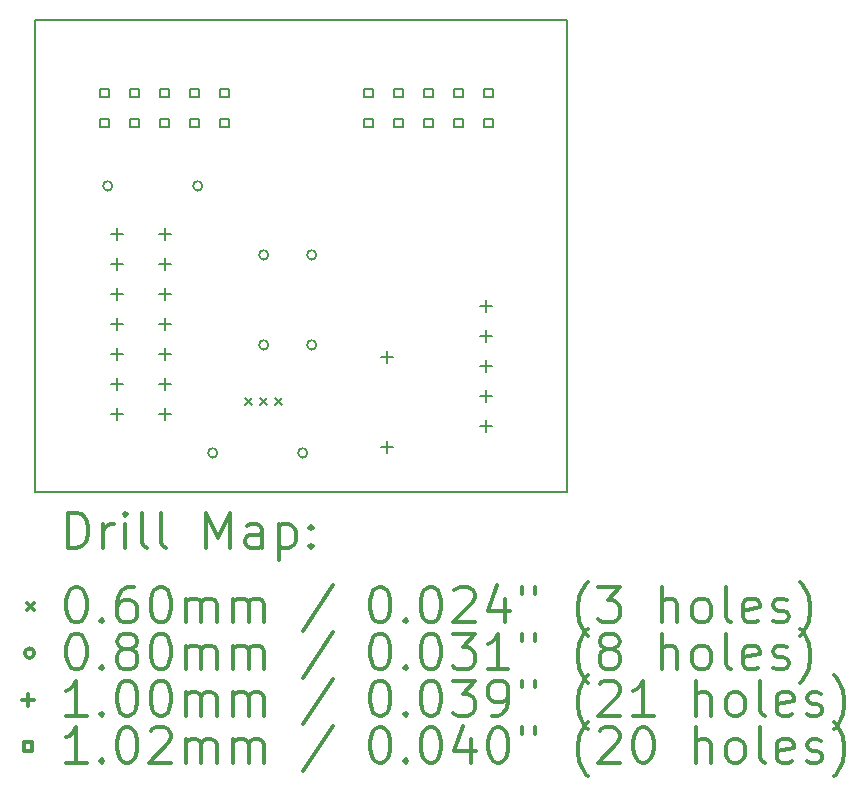
<source format=gbr>
%FSLAX45Y45*%
G04 Gerber Fmt 4.5, Leading zero omitted, Abs format (unit mm)*
G04 Created by KiCad (PCBNEW 5.0.2-bee76a0~70~ubuntu18.04.1) date Tue 25 Dec 2018 04:41:40 PM PST*
%MOMM*%
%LPD*%
G01*
G04 APERTURE LIST*
%ADD10C,0.150000*%
%ADD11C,0.200000*%
%ADD12C,0.300000*%
G04 APERTURE END LIST*
D10*
X0Y0D02*
X0Y4000000D01*
X4500000Y0D02*
X0Y0D01*
X4500000Y4000000D02*
X4500000Y0D01*
X0Y4000000D02*
X4500000Y4000000D01*
D11*
X1778200Y793800D02*
X1838200Y733800D01*
X1838200Y793800D02*
X1778200Y733800D01*
X1905200Y793800D02*
X1965200Y733800D01*
X1965200Y793800D02*
X1905200Y733800D01*
X2032200Y793800D02*
X2092200Y733800D01*
X2092200Y793800D02*
X2032200Y733800D01*
X1975200Y2008400D02*
G75*
G03X1975200Y2008400I-40000J0D01*
G01*
X1975200Y1246400D02*
G75*
G03X1975200Y1246400I-40000J0D01*
G01*
X654400Y2592600D02*
G75*
G03X654400Y2592600I-40000J0D01*
G01*
X1416400Y2592600D02*
G75*
G03X1416400Y2592600I-40000J0D01*
G01*
X2381600Y2008400D02*
G75*
G03X2381600Y2008400I-40000J0D01*
G01*
X2381600Y1246400D02*
G75*
G03X2381600Y1246400I-40000J0D01*
G01*
X1543400Y332000D02*
G75*
G03X1543400Y332000I-40000J0D01*
G01*
X2305400Y332000D02*
G75*
G03X2305400Y332000I-40000J0D01*
G01*
X690600Y2236200D02*
X690600Y2136200D01*
X640600Y2186200D02*
X740600Y2186200D01*
X690600Y1982200D02*
X690600Y1882200D01*
X640600Y1932200D02*
X740600Y1932200D01*
X690600Y1728200D02*
X690600Y1628200D01*
X640600Y1678200D02*
X740600Y1678200D01*
X690600Y1474200D02*
X690600Y1374200D01*
X640600Y1424200D02*
X740600Y1424200D01*
X690600Y1220200D02*
X690600Y1120200D01*
X640600Y1170200D02*
X740600Y1170200D01*
X690600Y966200D02*
X690600Y866200D01*
X640600Y916200D02*
X740600Y916200D01*
X690600Y712200D02*
X690600Y612200D01*
X640600Y662200D02*
X740600Y662200D01*
X3814800Y1626600D02*
X3814800Y1526600D01*
X3764800Y1576600D02*
X3864800Y1576600D01*
X3814800Y1372600D02*
X3814800Y1272600D01*
X3764800Y1322600D02*
X3864800Y1322600D01*
X3814800Y1118600D02*
X3814800Y1018600D01*
X3764800Y1068600D02*
X3864800Y1068600D01*
X3814800Y864600D02*
X3814800Y764600D01*
X3764800Y814600D02*
X3864800Y814600D01*
X3814800Y610600D02*
X3814800Y510600D01*
X3764800Y560600D02*
X3864800Y560600D01*
X2976600Y1194800D02*
X2976600Y1094800D01*
X2926600Y1144800D02*
X3026600Y1144800D01*
X2976600Y434800D02*
X2976600Y334800D01*
X2926600Y384800D02*
X3026600Y384800D01*
X1097000Y2236200D02*
X1097000Y2136200D01*
X1047000Y2186200D02*
X1147000Y2186200D01*
X1097000Y1982200D02*
X1097000Y1882200D01*
X1047000Y1932200D02*
X1147000Y1932200D01*
X1097000Y1728200D02*
X1097000Y1628200D01*
X1047000Y1678200D02*
X1147000Y1678200D01*
X1097000Y1474200D02*
X1097000Y1374200D01*
X1047000Y1424200D02*
X1147000Y1424200D01*
X1097000Y1220200D02*
X1097000Y1120200D01*
X1047000Y1170200D02*
X1147000Y1170200D01*
X1097000Y966200D02*
X1097000Y866200D01*
X1047000Y916200D02*
X1147000Y916200D01*
X1097000Y712200D02*
X1097000Y612200D01*
X1047000Y662200D02*
X1147000Y662200D01*
X2860121Y3344079D02*
X2860121Y3415921D01*
X2788279Y3415921D01*
X2788279Y3344079D01*
X2860121Y3344079D01*
X2860121Y3090079D02*
X2860121Y3161921D01*
X2788279Y3161921D01*
X2788279Y3090079D01*
X2860121Y3090079D01*
X3114121Y3344079D02*
X3114121Y3415921D01*
X3042279Y3415921D01*
X3042279Y3344079D01*
X3114121Y3344079D01*
X3114121Y3090079D02*
X3114121Y3161921D01*
X3042279Y3161921D01*
X3042279Y3090079D01*
X3114121Y3090079D01*
X3368121Y3344079D02*
X3368121Y3415921D01*
X3296279Y3415921D01*
X3296279Y3344079D01*
X3368121Y3344079D01*
X3368121Y3090079D02*
X3368121Y3161921D01*
X3296279Y3161921D01*
X3296279Y3090079D01*
X3368121Y3090079D01*
X3622121Y3344079D02*
X3622121Y3415921D01*
X3550279Y3415921D01*
X3550279Y3344079D01*
X3622121Y3344079D01*
X3622121Y3090079D02*
X3622121Y3161921D01*
X3550279Y3161921D01*
X3550279Y3090079D01*
X3622121Y3090079D01*
X3876121Y3344079D02*
X3876121Y3415921D01*
X3804279Y3415921D01*
X3804279Y3344079D01*
X3876121Y3344079D01*
X3876121Y3090079D02*
X3876121Y3161921D01*
X3804279Y3161921D01*
X3804279Y3090079D01*
X3876121Y3090079D01*
X624921Y3344079D02*
X624921Y3415921D01*
X553079Y3415921D01*
X553079Y3344079D01*
X624921Y3344079D01*
X624921Y3090079D02*
X624921Y3161921D01*
X553079Y3161921D01*
X553079Y3090079D01*
X624921Y3090079D01*
X878921Y3344079D02*
X878921Y3415921D01*
X807079Y3415921D01*
X807079Y3344079D01*
X878921Y3344079D01*
X878921Y3090079D02*
X878921Y3161921D01*
X807079Y3161921D01*
X807079Y3090079D01*
X878921Y3090079D01*
X1132921Y3344079D02*
X1132921Y3415921D01*
X1061079Y3415921D01*
X1061079Y3344079D01*
X1132921Y3344079D01*
X1132921Y3090079D02*
X1132921Y3161921D01*
X1061079Y3161921D01*
X1061079Y3090079D01*
X1132921Y3090079D01*
X1386921Y3344079D02*
X1386921Y3415921D01*
X1315079Y3415921D01*
X1315079Y3344079D01*
X1386921Y3344079D01*
X1386921Y3090079D02*
X1386921Y3161921D01*
X1315079Y3161921D01*
X1315079Y3090079D01*
X1386921Y3090079D01*
X1640921Y3344079D02*
X1640921Y3415921D01*
X1569079Y3415921D01*
X1569079Y3344079D01*
X1640921Y3344079D01*
X1640921Y3090079D02*
X1640921Y3161921D01*
X1569079Y3161921D01*
X1569079Y3090079D01*
X1640921Y3090079D01*
D12*
X278928Y-473214D02*
X278928Y-173214D01*
X350357Y-173214D01*
X393214Y-187500D01*
X421786Y-216071D01*
X436071Y-244643D01*
X450357Y-301786D01*
X450357Y-344643D01*
X436071Y-401786D01*
X421786Y-430357D01*
X393214Y-458929D01*
X350357Y-473214D01*
X278928Y-473214D01*
X578928Y-473214D02*
X578928Y-273214D01*
X578928Y-330357D02*
X593214Y-301786D01*
X607500Y-287500D01*
X636071Y-273214D01*
X664643Y-273214D01*
X764643Y-473214D02*
X764643Y-273214D01*
X764643Y-173214D02*
X750357Y-187500D01*
X764643Y-201786D01*
X778928Y-187500D01*
X764643Y-173214D01*
X764643Y-201786D01*
X950357Y-473214D02*
X921786Y-458929D01*
X907500Y-430357D01*
X907500Y-173214D01*
X1107500Y-473214D02*
X1078928Y-458929D01*
X1064643Y-430357D01*
X1064643Y-173214D01*
X1450357Y-473214D02*
X1450357Y-173214D01*
X1550357Y-387500D01*
X1650357Y-173214D01*
X1650357Y-473214D01*
X1921786Y-473214D02*
X1921786Y-316072D01*
X1907500Y-287500D01*
X1878928Y-273214D01*
X1821786Y-273214D01*
X1793214Y-287500D01*
X1921786Y-458929D02*
X1893214Y-473214D01*
X1821786Y-473214D01*
X1793214Y-458929D01*
X1778928Y-430357D01*
X1778928Y-401786D01*
X1793214Y-373214D01*
X1821786Y-358929D01*
X1893214Y-358929D01*
X1921786Y-344643D01*
X2064643Y-273214D02*
X2064643Y-573214D01*
X2064643Y-287500D02*
X2093214Y-273214D01*
X2150357Y-273214D01*
X2178928Y-287500D01*
X2193214Y-301786D01*
X2207500Y-330357D01*
X2207500Y-416071D01*
X2193214Y-444643D01*
X2178928Y-458929D01*
X2150357Y-473214D01*
X2093214Y-473214D01*
X2064643Y-458929D01*
X2336071Y-444643D02*
X2350357Y-458929D01*
X2336071Y-473214D01*
X2321786Y-458929D01*
X2336071Y-444643D01*
X2336071Y-473214D01*
X2336071Y-287500D02*
X2350357Y-301786D01*
X2336071Y-316072D01*
X2321786Y-301786D01*
X2336071Y-287500D01*
X2336071Y-316072D01*
X-67500Y-937500D02*
X-7500Y-997500D01*
X-7500Y-937500D02*
X-67500Y-997500D01*
X336071Y-803214D02*
X364643Y-803214D01*
X393214Y-817500D01*
X407500Y-831786D01*
X421786Y-860357D01*
X436071Y-917500D01*
X436071Y-988929D01*
X421786Y-1046071D01*
X407500Y-1074643D01*
X393214Y-1088929D01*
X364643Y-1103214D01*
X336071Y-1103214D01*
X307500Y-1088929D01*
X293214Y-1074643D01*
X278928Y-1046071D01*
X264643Y-988929D01*
X264643Y-917500D01*
X278928Y-860357D01*
X293214Y-831786D01*
X307500Y-817500D01*
X336071Y-803214D01*
X564643Y-1074643D02*
X578928Y-1088929D01*
X564643Y-1103214D01*
X550357Y-1088929D01*
X564643Y-1074643D01*
X564643Y-1103214D01*
X836071Y-803214D02*
X778928Y-803214D01*
X750357Y-817500D01*
X736071Y-831786D01*
X707500Y-874643D01*
X693214Y-931786D01*
X693214Y-1046071D01*
X707500Y-1074643D01*
X721786Y-1088929D01*
X750357Y-1103214D01*
X807500Y-1103214D01*
X836071Y-1088929D01*
X850357Y-1074643D01*
X864643Y-1046071D01*
X864643Y-974643D01*
X850357Y-946071D01*
X836071Y-931786D01*
X807500Y-917500D01*
X750357Y-917500D01*
X721786Y-931786D01*
X707500Y-946071D01*
X693214Y-974643D01*
X1050357Y-803214D02*
X1078928Y-803214D01*
X1107500Y-817500D01*
X1121786Y-831786D01*
X1136071Y-860357D01*
X1150357Y-917500D01*
X1150357Y-988929D01*
X1136071Y-1046071D01*
X1121786Y-1074643D01*
X1107500Y-1088929D01*
X1078928Y-1103214D01*
X1050357Y-1103214D01*
X1021786Y-1088929D01*
X1007500Y-1074643D01*
X993214Y-1046071D01*
X978928Y-988929D01*
X978928Y-917500D01*
X993214Y-860357D01*
X1007500Y-831786D01*
X1021786Y-817500D01*
X1050357Y-803214D01*
X1278928Y-1103214D02*
X1278928Y-903214D01*
X1278928Y-931786D02*
X1293214Y-917500D01*
X1321786Y-903214D01*
X1364643Y-903214D01*
X1393214Y-917500D01*
X1407500Y-946071D01*
X1407500Y-1103214D01*
X1407500Y-946071D02*
X1421786Y-917500D01*
X1450357Y-903214D01*
X1493214Y-903214D01*
X1521786Y-917500D01*
X1536071Y-946071D01*
X1536071Y-1103214D01*
X1678928Y-1103214D02*
X1678928Y-903214D01*
X1678928Y-931786D02*
X1693214Y-917500D01*
X1721786Y-903214D01*
X1764643Y-903214D01*
X1793214Y-917500D01*
X1807500Y-946071D01*
X1807500Y-1103214D01*
X1807500Y-946071D02*
X1821786Y-917500D01*
X1850357Y-903214D01*
X1893214Y-903214D01*
X1921786Y-917500D01*
X1936071Y-946071D01*
X1936071Y-1103214D01*
X2521786Y-788929D02*
X2264643Y-1174643D01*
X2907500Y-803214D02*
X2936071Y-803214D01*
X2964643Y-817500D01*
X2978928Y-831786D01*
X2993214Y-860357D01*
X3007500Y-917500D01*
X3007500Y-988929D01*
X2993214Y-1046071D01*
X2978928Y-1074643D01*
X2964643Y-1088929D01*
X2936071Y-1103214D01*
X2907500Y-1103214D01*
X2878928Y-1088929D01*
X2864643Y-1074643D01*
X2850357Y-1046071D01*
X2836071Y-988929D01*
X2836071Y-917500D01*
X2850357Y-860357D01*
X2864643Y-831786D01*
X2878928Y-817500D01*
X2907500Y-803214D01*
X3136071Y-1074643D02*
X3150357Y-1088929D01*
X3136071Y-1103214D01*
X3121786Y-1088929D01*
X3136071Y-1074643D01*
X3136071Y-1103214D01*
X3336071Y-803214D02*
X3364643Y-803214D01*
X3393214Y-817500D01*
X3407500Y-831786D01*
X3421786Y-860357D01*
X3436071Y-917500D01*
X3436071Y-988929D01*
X3421786Y-1046071D01*
X3407500Y-1074643D01*
X3393214Y-1088929D01*
X3364643Y-1103214D01*
X3336071Y-1103214D01*
X3307500Y-1088929D01*
X3293214Y-1074643D01*
X3278928Y-1046071D01*
X3264643Y-988929D01*
X3264643Y-917500D01*
X3278928Y-860357D01*
X3293214Y-831786D01*
X3307500Y-817500D01*
X3336071Y-803214D01*
X3550357Y-831786D02*
X3564643Y-817500D01*
X3593214Y-803214D01*
X3664643Y-803214D01*
X3693214Y-817500D01*
X3707500Y-831786D01*
X3721786Y-860357D01*
X3721786Y-888929D01*
X3707500Y-931786D01*
X3536071Y-1103214D01*
X3721786Y-1103214D01*
X3978928Y-903214D02*
X3978928Y-1103214D01*
X3907500Y-788929D02*
X3836071Y-1003214D01*
X4021786Y-1003214D01*
X4121786Y-803214D02*
X4121786Y-860357D01*
X4236071Y-803214D02*
X4236071Y-860357D01*
X4678928Y-1217500D02*
X4664643Y-1203214D01*
X4636071Y-1160357D01*
X4621786Y-1131786D01*
X4607500Y-1088929D01*
X4593214Y-1017500D01*
X4593214Y-960357D01*
X4607500Y-888929D01*
X4621786Y-846071D01*
X4636071Y-817500D01*
X4664643Y-774643D01*
X4678928Y-760357D01*
X4764643Y-803214D02*
X4950357Y-803214D01*
X4850357Y-917500D01*
X4893214Y-917500D01*
X4921786Y-931786D01*
X4936071Y-946071D01*
X4950357Y-974643D01*
X4950357Y-1046071D01*
X4936071Y-1074643D01*
X4921786Y-1088929D01*
X4893214Y-1103214D01*
X4807500Y-1103214D01*
X4778928Y-1088929D01*
X4764643Y-1074643D01*
X5307500Y-1103214D02*
X5307500Y-803214D01*
X5436071Y-1103214D02*
X5436071Y-946071D01*
X5421786Y-917500D01*
X5393214Y-903214D01*
X5350357Y-903214D01*
X5321786Y-917500D01*
X5307500Y-931786D01*
X5621786Y-1103214D02*
X5593214Y-1088929D01*
X5578928Y-1074643D01*
X5564643Y-1046071D01*
X5564643Y-960357D01*
X5578928Y-931786D01*
X5593214Y-917500D01*
X5621786Y-903214D01*
X5664643Y-903214D01*
X5693214Y-917500D01*
X5707500Y-931786D01*
X5721786Y-960357D01*
X5721786Y-1046071D01*
X5707500Y-1074643D01*
X5693214Y-1088929D01*
X5664643Y-1103214D01*
X5621786Y-1103214D01*
X5893214Y-1103214D02*
X5864643Y-1088929D01*
X5850357Y-1060357D01*
X5850357Y-803214D01*
X6121786Y-1088929D02*
X6093214Y-1103214D01*
X6036071Y-1103214D01*
X6007500Y-1088929D01*
X5993214Y-1060357D01*
X5993214Y-946071D01*
X6007500Y-917500D01*
X6036071Y-903214D01*
X6093214Y-903214D01*
X6121786Y-917500D01*
X6136071Y-946071D01*
X6136071Y-974643D01*
X5993214Y-1003214D01*
X6250357Y-1088929D02*
X6278928Y-1103214D01*
X6336071Y-1103214D01*
X6364643Y-1088929D01*
X6378928Y-1060357D01*
X6378928Y-1046071D01*
X6364643Y-1017500D01*
X6336071Y-1003214D01*
X6293214Y-1003214D01*
X6264643Y-988929D01*
X6250357Y-960357D01*
X6250357Y-946071D01*
X6264643Y-917500D01*
X6293214Y-903214D01*
X6336071Y-903214D01*
X6364643Y-917500D01*
X6478928Y-1217500D02*
X6493214Y-1203214D01*
X6521786Y-1160357D01*
X6536071Y-1131786D01*
X6550357Y-1088929D01*
X6564643Y-1017500D01*
X6564643Y-960357D01*
X6550357Y-888929D01*
X6536071Y-846071D01*
X6521786Y-817500D01*
X6493214Y-774643D01*
X6478928Y-760357D01*
X-7500Y-1363500D02*
G75*
G03X-7500Y-1363500I-40000J0D01*
G01*
X336071Y-1199214D02*
X364643Y-1199214D01*
X393214Y-1213500D01*
X407500Y-1227786D01*
X421786Y-1256357D01*
X436071Y-1313500D01*
X436071Y-1384929D01*
X421786Y-1442071D01*
X407500Y-1470643D01*
X393214Y-1484929D01*
X364643Y-1499214D01*
X336071Y-1499214D01*
X307500Y-1484929D01*
X293214Y-1470643D01*
X278928Y-1442071D01*
X264643Y-1384929D01*
X264643Y-1313500D01*
X278928Y-1256357D01*
X293214Y-1227786D01*
X307500Y-1213500D01*
X336071Y-1199214D01*
X564643Y-1470643D02*
X578928Y-1484929D01*
X564643Y-1499214D01*
X550357Y-1484929D01*
X564643Y-1470643D01*
X564643Y-1499214D01*
X750357Y-1327786D02*
X721786Y-1313500D01*
X707500Y-1299214D01*
X693214Y-1270643D01*
X693214Y-1256357D01*
X707500Y-1227786D01*
X721786Y-1213500D01*
X750357Y-1199214D01*
X807500Y-1199214D01*
X836071Y-1213500D01*
X850357Y-1227786D01*
X864643Y-1256357D01*
X864643Y-1270643D01*
X850357Y-1299214D01*
X836071Y-1313500D01*
X807500Y-1327786D01*
X750357Y-1327786D01*
X721786Y-1342072D01*
X707500Y-1356357D01*
X693214Y-1384929D01*
X693214Y-1442071D01*
X707500Y-1470643D01*
X721786Y-1484929D01*
X750357Y-1499214D01*
X807500Y-1499214D01*
X836071Y-1484929D01*
X850357Y-1470643D01*
X864643Y-1442071D01*
X864643Y-1384929D01*
X850357Y-1356357D01*
X836071Y-1342072D01*
X807500Y-1327786D01*
X1050357Y-1199214D02*
X1078928Y-1199214D01*
X1107500Y-1213500D01*
X1121786Y-1227786D01*
X1136071Y-1256357D01*
X1150357Y-1313500D01*
X1150357Y-1384929D01*
X1136071Y-1442071D01*
X1121786Y-1470643D01*
X1107500Y-1484929D01*
X1078928Y-1499214D01*
X1050357Y-1499214D01*
X1021786Y-1484929D01*
X1007500Y-1470643D01*
X993214Y-1442071D01*
X978928Y-1384929D01*
X978928Y-1313500D01*
X993214Y-1256357D01*
X1007500Y-1227786D01*
X1021786Y-1213500D01*
X1050357Y-1199214D01*
X1278928Y-1499214D02*
X1278928Y-1299214D01*
X1278928Y-1327786D02*
X1293214Y-1313500D01*
X1321786Y-1299214D01*
X1364643Y-1299214D01*
X1393214Y-1313500D01*
X1407500Y-1342072D01*
X1407500Y-1499214D01*
X1407500Y-1342072D02*
X1421786Y-1313500D01*
X1450357Y-1299214D01*
X1493214Y-1299214D01*
X1521786Y-1313500D01*
X1536071Y-1342072D01*
X1536071Y-1499214D01*
X1678928Y-1499214D02*
X1678928Y-1299214D01*
X1678928Y-1327786D02*
X1693214Y-1313500D01*
X1721786Y-1299214D01*
X1764643Y-1299214D01*
X1793214Y-1313500D01*
X1807500Y-1342072D01*
X1807500Y-1499214D01*
X1807500Y-1342072D02*
X1821786Y-1313500D01*
X1850357Y-1299214D01*
X1893214Y-1299214D01*
X1921786Y-1313500D01*
X1936071Y-1342072D01*
X1936071Y-1499214D01*
X2521786Y-1184929D02*
X2264643Y-1570643D01*
X2907500Y-1199214D02*
X2936071Y-1199214D01*
X2964643Y-1213500D01*
X2978928Y-1227786D01*
X2993214Y-1256357D01*
X3007500Y-1313500D01*
X3007500Y-1384929D01*
X2993214Y-1442071D01*
X2978928Y-1470643D01*
X2964643Y-1484929D01*
X2936071Y-1499214D01*
X2907500Y-1499214D01*
X2878928Y-1484929D01*
X2864643Y-1470643D01*
X2850357Y-1442071D01*
X2836071Y-1384929D01*
X2836071Y-1313500D01*
X2850357Y-1256357D01*
X2864643Y-1227786D01*
X2878928Y-1213500D01*
X2907500Y-1199214D01*
X3136071Y-1470643D02*
X3150357Y-1484929D01*
X3136071Y-1499214D01*
X3121786Y-1484929D01*
X3136071Y-1470643D01*
X3136071Y-1499214D01*
X3336071Y-1199214D02*
X3364643Y-1199214D01*
X3393214Y-1213500D01*
X3407500Y-1227786D01*
X3421786Y-1256357D01*
X3436071Y-1313500D01*
X3436071Y-1384929D01*
X3421786Y-1442071D01*
X3407500Y-1470643D01*
X3393214Y-1484929D01*
X3364643Y-1499214D01*
X3336071Y-1499214D01*
X3307500Y-1484929D01*
X3293214Y-1470643D01*
X3278928Y-1442071D01*
X3264643Y-1384929D01*
X3264643Y-1313500D01*
X3278928Y-1256357D01*
X3293214Y-1227786D01*
X3307500Y-1213500D01*
X3336071Y-1199214D01*
X3536071Y-1199214D02*
X3721786Y-1199214D01*
X3621786Y-1313500D01*
X3664643Y-1313500D01*
X3693214Y-1327786D01*
X3707500Y-1342072D01*
X3721786Y-1370643D01*
X3721786Y-1442071D01*
X3707500Y-1470643D01*
X3693214Y-1484929D01*
X3664643Y-1499214D01*
X3578928Y-1499214D01*
X3550357Y-1484929D01*
X3536071Y-1470643D01*
X4007500Y-1499214D02*
X3836071Y-1499214D01*
X3921786Y-1499214D02*
X3921786Y-1199214D01*
X3893214Y-1242072D01*
X3864643Y-1270643D01*
X3836071Y-1284929D01*
X4121786Y-1199214D02*
X4121786Y-1256357D01*
X4236071Y-1199214D02*
X4236071Y-1256357D01*
X4678928Y-1613500D02*
X4664643Y-1599214D01*
X4636071Y-1556357D01*
X4621786Y-1527786D01*
X4607500Y-1484929D01*
X4593214Y-1413500D01*
X4593214Y-1356357D01*
X4607500Y-1284929D01*
X4621786Y-1242072D01*
X4636071Y-1213500D01*
X4664643Y-1170643D01*
X4678928Y-1156357D01*
X4836071Y-1327786D02*
X4807500Y-1313500D01*
X4793214Y-1299214D01*
X4778928Y-1270643D01*
X4778928Y-1256357D01*
X4793214Y-1227786D01*
X4807500Y-1213500D01*
X4836071Y-1199214D01*
X4893214Y-1199214D01*
X4921786Y-1213500D01*
X4936071Y-1227786D01*
X4950357Y-1256357D01*
X4950357Y-1270643D01*
X4936071Y-1299214D01*
X4921786Y-1313500D01*
X4893214Y-1327786D01*
X4836071Y-1327786D01*
X4807500Y-1342072D01*
X4793214Y-1356357D01*
X4778928Y-1384929D01*
X4778928Y-1442071D01*
X4793214Y-1470643D01*
X4807500Y-1484929D01*
X4836071Y-1499214D01*
X4893214Y-1499214D01*
X4921786Y-1484929D01*
X4936071Y-1470643D01*
X4950357Y-1442071D01*
X4950357Y-1384929D01*
X4936071Y-1356357D01*
X4921786Y-1342072D01*
X4893214Y-1327786D01*
X5307500Y-1499214D02*
X5307500Y-1199214D01*
X5436071Y-1499214D02*
X5436071Y-1342072D01*
X5421786Y-1313500D01*
X5393214Y-1299214D01*
X5350357Y-1299214D01*
X5321786Y-1313500D01*
X5307500Y-1327786D01*
X5621786Y-1499214D02*
X5593214Y-1484929D01*
X5578928Y-1470643D01*
X5564643Y-1442071D01*
X5564643Y-1356357D01*
X5578928Y-1327786D01*
X5593214Y-1313500D01*
X5621786Y-1299214D01*
X5664643Y-1299214D01*
X5693214Y-1313500D01*
X5707500Y-1327786D01*
X5721786Y-1356357D01*
X5721786Y-1442071D01*
X5707500Y-1470643D01*
X5693214Y-1484929D01*
X5664643Y-1499214D01*
X5621786Y-1499214D01*
X5893214Y-1499214D02*
X5864643Y-1484929D01*
X5850357Y-1456357D01*
X5850357Y-1199214D01*
X6121786Y-1484929D02*
X6093214Y-1499214D01*
X6036071Y-1499214D01*
X6007500Y-1484929D01*
X5993214Y-1456357D01*
X5993214Y-1342072D01*
X6007500Y-1313500D01*
X6036071Y-1299214D01*
X6093214Y-1299214D01*
X6121786Y-1313500D01*
X6136071Y-1342072D01*
X6136071Y-1370643D01*
X5993214Y-1399214D01*
X6250357Y-1484929D02*
X6278928Y-1499214D01*
X6336071Y-1499214D01*
X6364643Y-1484929D01*
X6378928Y-1456357D01*
X6378928Y-1442071D01*
X6364643Y-1413500D01*
X6336071Y-1399214D01*
X6293214Y-1399214D01*
X6264643Y-1384929D01*
X6250357Y-1356357D01*
X6250357Y-1342072D01*
X6264643Y-1313500D01*
X6293214Y-1299214D01*
X6336071Y-1299214D01*
X6364643Y-1313500D01*
X6478928Y-1613500D02*
X6493214Y-1599214D01*
X6521786Y-1556357D01*
X6536071Y-1527786D01*
X6550357Y-1484929D01*
X6564643Y-1413500D01*
X6564643Y-1356357D01*
X6550357Y-1284929D01*
X6536071Y-1242072D01*
X6521786Y-1213500D01*
X6493214Y-1170643D01*
X6478928Y-1156357D01*
X-57500Y-1709500D02*
X-57500Y-1809500D01*
X-107500Y-1759500D02*
X-7500Y-1759500D01*
X436071Y-1895214D02*
X264643Y-1895214D01*
X350357Y-1895214D02*
X350357Y-1595214D01*
X321786Y-1638071D01*
X293214Y-1666643D01*
X264643Y-1680929D01*
X564643Y-1866643D02*
X578928Y-1880929D01*
X564643Y-1895214D01*
X550357Y-1880929D01*
X564643Y-1866643D01*
X564643Y-1895214D01*
X764643Y-1595214D02*
X793214Y-1595214D01*
X821786Y-1609500D01*
X836071Y-1623786D01*
X850357Y-1652357D01*
X864643Y-1709500D01*
X864643Y-1780929D01*
X850357Y-1838071D01*
X836071Y-1866643D01*
X821786Y-1880929D01*
X793214Y-1895214D01*
X764643Y-1895214D01*
X736071Y-1880929D01*
X721786Y-1866643D01*
X707500Y-1838071D01*
X693214Y-1780929D01*
X693214Y-1709500D01*
X707500Y-1652357D01*
X721786Y-1623786D01*
X736071Y-1609500D01*
X764643Y-1595214D01*
X1050357Y-1595214D02*
X1078928Y-1595214D01*
X1107500Y-1609500D01*
X1121786Y-1623786D01*
X1136071Y-1652357D01*
X1150357Y-1709500D01*
X1150357Y-1780929D01*
X1136071Y-1838071D01*
X1121786Y-1866643D01*
X1107500Y-1880929D01*
X1078928Y-1895214D01*
X1050357Y-1895214D01*
X1021786Y-1880929D01*
X1007500Y-1866643D01*
X993214Y-1838071D01*
X978928Y-1780929D01*
X978928Y-1709500D01*
X993214Y-1652357D01*
X1007500Y-1623786D01*
X1021786Y-1609500D01*
X1050357Y-1595214D01*
X1278928Y-1895214D02*
X1278928Y-1695214D01*
X1278928Y-1723786D02*
X1293214Y-1709500D01*
X1321786Y-1695214D01*
X1364643Y-1695214D01*
X1393214Y-1709500D01*
X1407500Y-1738071D01*
X1407500Y-1895214D01*
X1407500Y-1738071D02*
X1421786Y-1709500D01*
X1450357Y-1695214D01*
X1493214Y-1695214D01*
X1521786Y-1709500D01*
X1536071Y-1738071D01*
X1536071Y-1895214D01*
X1678928Y-1895214D02*
X1678928Y-1695214D01*
X1678928Y-1723786D02*
X1693214Y-1709500D01*
X1721786Y-1695214D01*
X1764643Y-1695214D01*
X1793214Y-1709500D01*
X1807500Y-1738071D01*
X1807500Y-1895214D01*
X1807500Y-1738071D02*
X1821786Y-1709500D01*
X1850357Y-1695214D01*
X1893214Y-1695214D01*
X1921786Y-1709500D01*
X1936071Y-1738071D01*
X1936071Y-1895214D01*
X2521786Y-1580929D02*
X2264643Y-1966643D01*
X2907500Y-1595214D02*
X2936071Y-1595214D01*
X2964643Y-1609500D01*
X2978928Y-1623786D01*
X2993214Y-1652357D01*
X3007500Y-1709500D01*
X3007500Y-1780929D01*
X2993214Y-1838071D01*
X2978928Y-1866643D01*
X2964643Y-1880929D01*
X2936071Y-1895214D01*
X2907500Y-1895214D01*
X2878928Y-1880929D01*
X2864643Y-1866643D01*
X2850357Y-1838071D01*
X2836071Y-1780929D01*
X2836071Y-1709500D01*
X2850357Y-1652357D01*
X2864643Y-1623786D01*
X2878928Y-1609500D01*
X2907500Y-1595214D01*
X3136071Y-1866643D02*
X3150357Y-1880929D01*
X3136071Y-1895214D01*
X3121786Y-1880929D01*
X3136071Y-1866643D01*
X3136071Y-1895214D01*
X3336071Y-1595214D02*
X3364643Y-1595214D01*
X3393214Y-1609500D01*
X3407500Y-1623786D01*
X3421786Y-1652357D01*
X3436071Y-1709500D01*
X3436071Y-1780929D01*
X3421786Y-1838071D01*
X3407500Y-1866643D01*
X3393214Y-1880929D01*
X3364643Y-1895214D01*
X3336071Y-1895214D01*
X3307500Y-1880929D01*
X3293214Y-1866643D01*
X3278928Y-1838071D01*
X3264643Y-1780929D01*
X3264643Y-1709500D01*
X3278928Y-1652357D01*
X3293214Y-1623786D01*
X3307500Y-1609500D01*
X3336071Y-1595214D01*
X3536071Y-1595214D02*
X3721786Y-1595214D01*
X3621786Y-1709500D01*
X3664643Y-1709500D01*
X3693214Y-1723786D01*
X3707500Y-1738071D01*
X3721786Y-1766643D01*
X3721786Y-1838071D01*
X3707500Y-1866643D01*
X3693214Y-1880929D01*
X3664643Y-1895214D01*
X3578928Y-1895214D01*
X3550357Y-1880929D01*
X3536071Y-1866643D01*
X3864643Y-1895214D02*
X3921786Y-1895214D01*
X3950357Y-1880929D01*
X3964643Y-1866643D01*
X3993214Y-1823786D01*
X4007500Y-1766643D01*
X4007500Y-1652357D01*
X3993214Y-1623786D01*
X3978928Y-1609500D01*
X3950357Y-1595214D01*
X3893214Y-1595214D01*
X3864643Y-1609500D01*
X3850357Y-1623786D01*
X3836071Y-1652357D01*
X3836071Y-1723786D01*
X3850357Y-1752357D01*
X3864643Y-1766643D01*
X3893214Y-1780929D01*
X3950357Y-1780929D01*
X3978928Y-1766643D01*
X3993214Y-1752357D01*
X4007500Y-1723786D01*
X4121786Y-1595214D02*
X4121786Y-1652357D01*
X4236071Y-1595214D02*
X4236071Y-1652357D01*
X4678928Y-2009500D02*
X4664643Y-1995214D01*
X4636071Y-1952357D01*
X4621786Y-1923786D01*
X4607500Y-1880929D01*
X4593214Y-1809500D01*
X4593214Y-1752357D01*
X4607500Y-1680929D01*
X4621786Y-1638071D01*
X4636071Y-1609500D01*
X4664643Y-1566643D01*
X4678928Y-1552357D01*
X4778928Y-1623786D02*
X4793214Y-1609500D01*
X4821786Y-1595214D01*
X4893214Y-1595214D01*
X4921786Y-1609500D01*
X4936071Y-1623786D01*
X4950357Y-1652357D01*
X4950357Y-1680929D01*
X4936071Y-1723786D01*
X4764643Y-1895214D01*
X4950357Y-1895214D01*
X5236071Y-1895214D02*
X5064643Y-1895214D01*
X5150357Y-1895214D02*
X5150357Y-1595214D01*
X5121786Y-1638071D01*
X5093214Y-1666643D01*
X5064643Y-1680929D01*
X5593214Y-1895214D02*
X5593214Y-1595214D01*
X5721786Y-1895214D02*
X5721786Y-1738071D01*
X5707500Y-1709500D01*
X5678928Y-1695214D01*
X5636071Y-1695214D01*
X5607500Y-1709500D01*
X5593214Y-1723786D01*
X5907500Y-1895214D02*
X5878928Y-1880929D01*
X5864643Y-1866643D01*
X5850357Y-1838071D01*
X5850357Y-1752357D01*
X5864643Y-1723786D01*
X5878928Y-1709500D01*
X5907500Y-1695214D01*
X5950357Y-1695214D01*
X5978928Y-1709500D01*
X5993214Y-1723786D01*
X6007500Y-1752357D01*
X6007500Y-1838071D01*
X5993214Y-1866643D01*
X5978928Y-1880929D01*
X5950357Y-1895214D01*
X5907500Y-1895214D01*
X6178928Y-1895214D02*
X6150357Y-1880929D01*
X6136071Y-1852357D01*
X6136071Y-1595214D01*
X6407500Y-1880929D02*
X6378928Y-1895214D01*
X6321786Y-1895214D01*
X6293214Y-1880929D01*
X6278928Y-1852357D01*
X6278928Y-1738071D01*
X6293214Y-1709500D01*
X6321786Y-1695214D01*
X6378928Y-1695214D01*
X6407500Y-1709500D01*
X6421786Y-1738071D01*
X6421786Y-1766643D01*
X6278928Y-1795214D01*
X6536071Y-1880929D02*
X6564643Y-1895214D01*
X6621786Y-1895214D01*
X6650357Y-1880929D01*
X6664643Y-1852357D01*
X6664643Y-1838071D01*
X6650357Y-1809500D01*
X6621786Y-1795214D01*
X6578928Y-1795214D01*
X6550357Y-1780929D01*
X6536071Y-1752357D01*
X6536071Y-1738071D01*
X6550357Y-1709500D01*
X6578928Y-1695214D01*
X6621786Y-1695214D01*
X6650357Y-1709500D01*
X6764643Y-2009500D02*
X6778928Y-1995214D01*
X6807500Y-1952357D01*
X6821786Y-1923786D01*
X6836071Y-1880929D01*
X6850357Y-1809500D01*
X6850357Y-1752357D01*
X6836071Y-1680929D01*
X6821786Y-1638071D01*
X6807500Y-1609500D01*
X6778928Y-1566643D01*
X6764643Y-1552357D01*
X-22379Y-2191422D02*
X-22379Y-2119579D01*
X-94221Y-2119579D01*
X-94221Y-2191422D01*
X-22379Y-2191422D01*
X436071Y-2291214D02*
X264643Y-2291214D01*
X350357Y-2291214D02*
X350357Y-1991214D01*
X321786Y-2034071D01*
X293214Y-2062643D01*
X264643Y-2076929D01*
X564643Y-2262643D02*
X578928Y-2276929D01*
X564643Y-2291214D01*
X550357Y-2276929D01*
X564643Y-2262643D01*
X564643Y-2291214D01*
X764643Y-1991214D02*
X793214Y-1991214D01*
X821786Y-2005500D01*
X836071Y-2019786D01*
X850357Y-2048357D01*
X864643Y-2105500D01*
X864643Y-2176929D01*
X850357Y-2234072D01*
X836071Y-2262643D01*
X821786Y-2276929D01*
X793214Y-2291214D01*
X764643Y-2291214D01*
X736071Y-2276929D01*
X721786Y-2262643D01*
X707500Y-2234072D01*
X693214Y-2176929D01*
X693214Y-2105500D01*
X707500Y-2048357D01*
X721786Y-2019786D01*
X736071Y-2005500D01*
X764643Y-1991214D01*
X978928Y-2019786D02*
X993214Y-2005500D01*
X1021786Y-1991214D01*
X1093214Y-1991214D01*
X1121786Y-2005500D01*
X1136071Y-2019786D01*
X1150357Y-2048357D01*
X1150357Y-2076929D01*
X1136071Y-2119786D01*
X964643Y-2291214D01*
X1150357Y-2291214D01*
X1278928Y-2291214D02*
X1278928Y-2091214D01*
X1278928Y-2119786D02*
X1293214Y-2105500D01*
X1321786Y-2091214D01*
X1364643Y-2091214D01*
X1393214Y-2105500D01*
X1407500Y-2134072D01*
X1407500Y-2291214D01*
X1407500Y-2134072D02*
X1421786Y-2105500D01*
X1450357Y-2091214D01*
X1493214Y-2091214D01*
X1521786Y-2105500D01*
X1536071Y-2134072D01*
X1536071Y-2291214D01*
X1678928Y-2291214D02*
X1678928Y-2091214D01*
X1678928Y-2119786D02*
X1693214Y-2105500D01*
X1721786Y-2091214D01*
X1764643Y-2091214D01*
X1793214Y-2105500D01*
X1807500Y-2134072D01*
X1807500Y-2291214D01*
X1807500Y-2134072D02*
X1821786Y-2105500D01*
X1850357Y-2091214D01*
X1893214Y-2091214D01*
X1921786Y-2105500D01*
X1936071Y-2134072D01*
X1936071Y-2291214D01*
X2521786Y-1976929D02*
X2264643Y-2362643D01*
X2907500Y-1991214D02*
X2936071Y-1991214D01*
X2964643Y-2005500D01*
X2978928Y-2019786D01*
X2993214Y-2048357D01*
X3007500Y-2105500D01*
X3007500Y-2176929D01*
X2993214Y-2234072D01*
X2978928Y-2262643D01*
X2964643Y-2276929D01*
X2936071Y-2291214D01*
X2907500Y-2291214D01*
X2878928Y-2276929D01*
X2864643Y-2262643D01*
X2850357Y-2234072D01*
X2836071Y-2176929D01*
X2836071Y-2105500D01*
X2850357Y-2048357D01*
X2864643Y-2019786D01*
X2878928Y-2005500D01*
X2907500Y-1991214D01*
X3136071Y-2262643D02*
X3150357Y-2276929D01*
X3136071Y-2291214D01*
X3121786Y-2276929D01*
X3136071Y-2262643D01*
X3136071Y-2291214D01*
X3336071Y-1991214D02*
X3364643Y-1991214D01*
X3393214Y-2005500D01*
X3407500Y-2019786D01*
X3421786Y-2048357D01*
X3436071Y-2105500D01*
X3436071Y-2176929D01*
X3421786Y-2234072D01*
X3407500Y-2262643D01*
X3393214Y-2276929D01*
X3364643Y-2291214D01*
X3336071Y-2291214D01*
X3307500Y-2276929D01*
X3293214Y-2262643D01*
X3278928Y-2234072D01*
X3264643Y-2176929D01*
X3264643Y-2105500D01*
X3278928Y-2048357D01*
X3293214Y-2019786D01*
X3307500Y-2005500D01*
X3336071Y-1991214D01*
X3693214Y-2091214D02*
X3693214Y-2291214D01*
X3621786Y-1976929D02*
X3550357Y-2191214D01*
X3736071Y-2191214D01*
X3907500Y-1991214D02*
X3936071Y-1991214D01*
X3964643Y-2005500D01*
X3978928Y-2019786D01*
X3993214Y-2048357D01*
X4007500Y-2105500D01*
X4007500Y-2176929D01*
X3993214Y-2234072D01*
X3978928Y-2262643D01*
X3964643Y-2276929D01*
X3936071Y-2291214D01*
X3907500Y-2291214D01*
X3878928Y-2276929D01*
X3864643Y-2262643D01*
X3850357Y-2234072D01*
X3836071Y-2176929D01*
X3836071Y-2105500D01*
X3850357Y-2048357D01*
X3864643Y-2019786D01*
X3878928Y-2005500D01*
X3907500Y-1991214D01*
X4121786Y-1991214D02*
X4121786Y-2048357D01*
X4236071Y-1991214D02*
X4236071Y-2048357D01*
X4678928Y-2405500D02*
X4664643Y-2391214D01*
X4636071Y-2348357D01*
X4621786Y-2319786D01*
X4607500Y-2276929D01*
X4593214Y-2205500D01*
X4593214Y-2148357D01*
X4607500Y-2076929D01*
X4621786Y-2034071D01*
X4636071Y-2005500D01*
X4664643Y-1962643D01*
X4678928Y-1948357D01*
X4778928Y-2019786D02*
X4793214Y-2005500D01*
X4821786Y-1991214D01*
X4893214Y-1991214D01*
X4921786Y-2005500D01*
X4936071Y-2019786D01*
X4950357Y-2048357D01*
X4950357Y-2076929D01*
X4936071Y-2119786D01*
X4764643Y-2291214D01*
X4950357Y-2291214D01*
X5136071Y-1991214D02*
X5164643Y-1991214D01*
X5193214Y-2005500D01*
X5207500Y-2019786D01*
X5221786Y-2048357D01*
X5236071Y-2105500D01*
X5236071Y-2176929D01*
X5221786Y-2234072D01*
X5207500Y-2262643D01*
X5193214Y-2276929D01*
X5164643Y-2291214D01*
X5136071Y-2291214D01*
X5107500Y-2276929D01*
X5093214Y-2262643D01*
X5078928Y-2234072D01*
X5064643Y-2176929D01*
X5064643Y-2105500D01*
X5078928Y-2048357D01*
X5093214Y-2019786D01*
X5107500Y-2005500D01*
X5136071Y-1991214D01*
X5593214Y-2291214D02*
X5593214Y-1991214D01*
X5721786Y-2291214D02*
X5721786Y-2134072D01*
X5707500Y-2105500D01*
X5678928Y-2091214D01*
X5636071Y-2091214D01*
X5607500Y-2105500D01*
X5593214Y-2119786D01*
X5907500Y-2291214D02*
X5878928Y-2276929D01*
X5864643Y-2262643D01*
X5850357Y-2234072D01*
X5850357Y-2148357D01*
X5864643Y-2119786D01*
X5878928Y-2105500D01*
X5907500Y-2091214D01*
X5950357Y-2091214D01*
X5978928Y-2105500D01*
X5993214Y-2119786D01*
X6007500Y-2148357D01*
X6007500Y-2234072D01*
X5993214Y-2262643D01*
X5978928Y-2276929D01*
X5950357Y-2291214D01*
X5907500Y-2291214D01*
X6178928Y-2291214D02*
X6150357Y-2276929D01*
X6136071Y-2248357D01*
X6136071Y-1991214D01*
X6407500Y-2276929D02*
X6378928Y-2291214D01*
X6321786Y-2291214D01*
X6293214Y-2276929D01*
X6278928Y-2248357D01*
X6278928Y-2134072D01*
X6293214Y-2105500D01*
X6321786Y-2091214D01*
X6378928Y-2091214D01*
X6407500Y-2105500D01*
X6421786Y-2134072D01*
X6421786Y-2162643D01*
X6278928Y-2191214D01*
X6536071Y-2276929D02*
X6564643Y-2291214D01*
X6621786Y-2291214D01*
X6650357Y-2276929D01*
X6664643Y-2248357D01*
X6664643Y-2234072D01*
X6650357Y-2205500D01*
X6621786Y-2191214D01*
X6578928Y-2191214D01*
X6550357Y-2176929D01*
X6536071Y-2148357D01*
X6536071Y-2134072D01*
X6550357Y-2105500D01*
X6578928Y-2091214D01*
X6621786Y-2091214D01*
X6650357Y-2105500D01*
X6764643Y-2405500D02*
X6778928Y-2391214D01*
X6807500Y-2348357D01*
X6821786Y-2319786D01*
X6836071Y-2276929D01*
X6850357Y-2205500D01*
X6850357Y-2148357D01*
X6836071Y-2076929D01*
X6821786Y-2034071D01*
X6807500Y-2005500D01*
X6778928Y-1962643D01*
X6764643Y-1948357D01*
M02*

</source>
